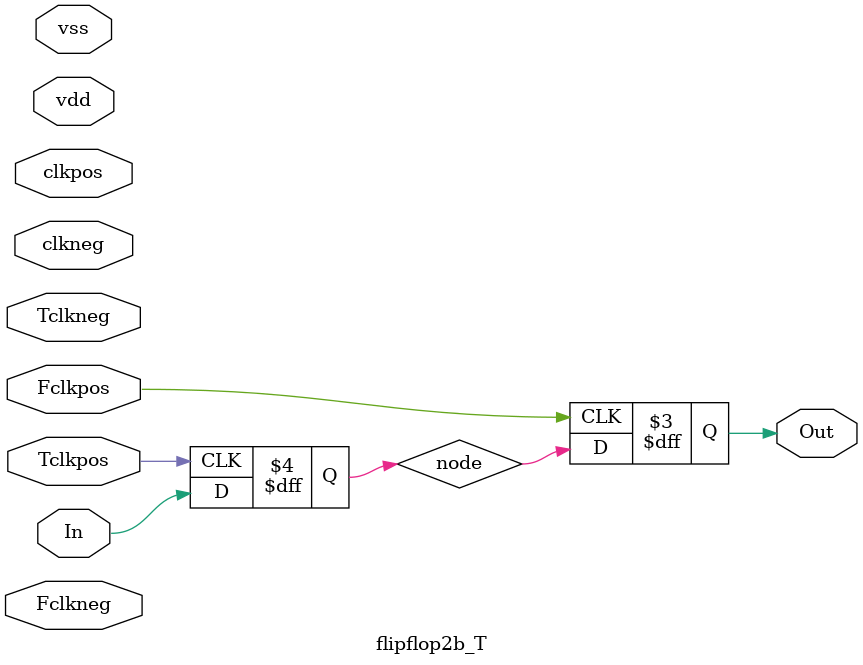
<source format=sv>
`timescale 1ns / 1ns

module flipflop2b_T ( Fclkneg, Fclkpos, Tclkpos, Tclkneg, In, Out, clkneg, clkpos, vdd, vss);
	
  input Fclkneg, Fclkpos, Tclkpos, Tclkneg, In, clkneg, clkpos, vdd, vss;
  output reg Out; 
    
  reg node;
    
  always @(posedge Tclkpos) begin
          node <= In;
  end
    
  always @(posedge Fclkpos) begin
          Out <= node;
  end

endmodule
</source>
